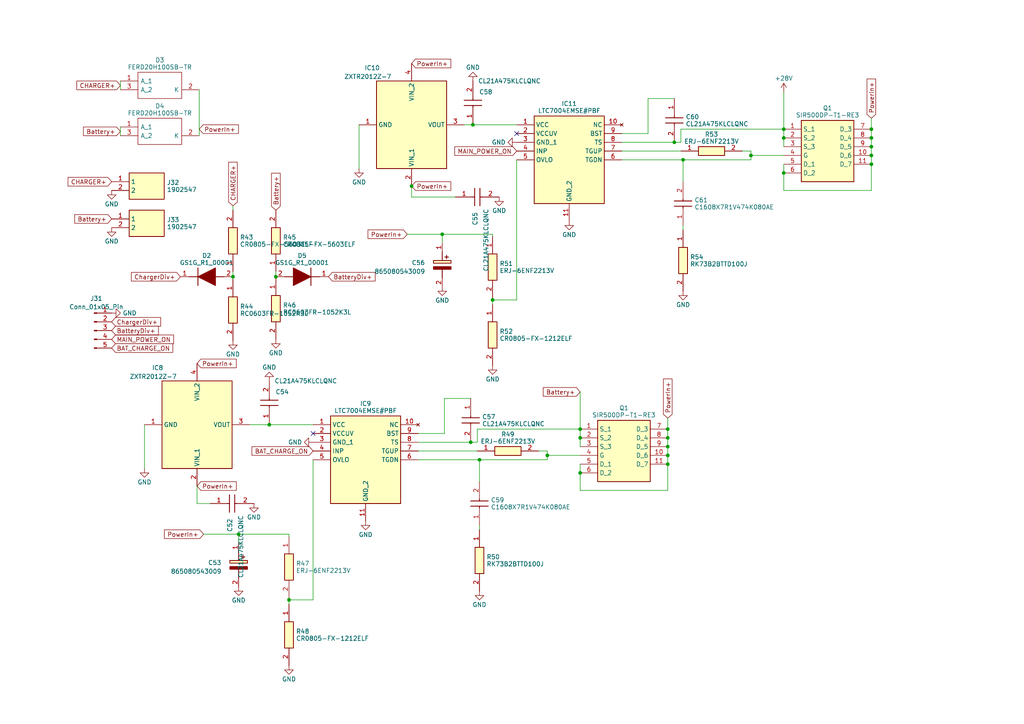
<source format=kicad_sch>
(kicad_sch (version 20230121) (generator eeschema)
  (paper "A4")
  (lib_symbols
    (symbol "1902547:1902547"
      (property "Reference" "J" (at 16.51 7.62 0))
      (property "Value" "1902547" (at 16.51 5.08 0))
      (symbol "1902547_1_1"
        (rectangle (start 5.08 2.54) (end 15.24 -5.08) (stroke (width 0.254)) (fill (type background)))
        (pin passive line (at 0 0 0) (length 5.08) (name "1") (number "1"))
        (pin passive line (at 0 -2.54 0) (length 5.08) (name "2") (number "2"))
      )
    )
    (symbol "865080543009:865080543009" (pin_names hide)
      (property "Reference" "C" (at 8.89 6.35 0))
      (property "Value" "865080543009" (at 8.89 3.81 0))
      (symbol "865080543009_1_1"
        (polyline (pts (xy 2.54 0) (xy 5.08 0)) (stroke (width 0.254)))
        (polyline (pts (xy 4.064 1.778) (xy 4.064 0.762)) (stroke (width 0.254)))
        (polyline (pts (xy 4.572 1.27) (xy 3.556 1.27)) (stroke (width 0.254)))
        (polyline (pts (xy 7.62 0) (xy 10.16 0)) (stroke (width 0.254)))
        (polyline (pts (xy 7.62 2.54) (xy 7.62 -2.54) (xy 6.858 -2.54) (xy 6.858 2.54) (xy 7.62 2.54)) (stroke (width 0.254)) (fill (type outline)))
        (rectangle (start 5.08 2.54) (end 5.842 -2.54) (stroke (width 0.254)) (fill (type background)))
        (pin passive line (at 0 0 0) (length 2.54) (name "+") (number "1"))
        (pin passive line (at 12.7 0 180) (length 2.54) (name "-") (number "2"))
      )
    )
    (symbol "C1608X7R1V474K080AE:C1608X7R1V474K080AE" (pin_names hide)
      (property "Reference" "C" (at 8.89 6.35 0))
      (property "Value" "C1608X7R1V474K080AE" (at 8.89 3.81 0))
      (symbol "C1608X7R1V474K080AE_1_1"
        (polyline (pts (xy 5.08 0) (xy 5.588 0)) (stroke (width 0.254)))
        (polyline (pts (xy 5.588 2.54) (xy 5.588 -2.54)) (stroke (width 0.254)))
        (polyline (pts (xy 7.112 0) (xy 7.62 0)) (stroke (width 0.254)))
        (polyline (pts (xy 7.112 2.54) (xy 7.112 -2.54)) (stroke (width 0.254)))
        (pin passive line (at 0 0 0) (length 5.08) (name "1") (number "1"))
        (pin passive line (at 12.7 0 180) (length 5.08) (name "2") (number "2"))
      )
    )
    (symbol "CL21A475KLCLQNC:CL21A475KLCLQNC" (pin_names hide)
      (property "Reference" "C" (at 8.89 6.35 0))
      (property "Value" "CL21A475KLCLQNC" (at 8.89 3.81 0))
      (symbol "CL21A475KLCLQNC_1_1"
        (polyline (pts (xy 5.08 0) (xy 5.588 0)) (stroke (width 0.254)))
        (polyline (pts (xy 5.588 2.54) (xy 5.588 -2.54)) (stroke (width 0.254)))
        (polyline (pts (xy 7.112 0) (xy 7.62 0)) (stroke (width 0.254)))
        (polyline (pts (xy 7.112 2.54) (xy 7.112 -2.54)) (stroke (width 0.254)))
        (pin passive line (at 0 0 0) (length 5.08) (name "1") (number "1"))
        (pin passive line (at 12.7 0 180) (length 5.08) (name "2") (number "2"))
      )
    )
    (symbol "CR0805-FX-1212ELF:CR0805-FX-1212ELF" (pin_names hide)
      (property "Reference" "R" (at 13.97 6.35 0))
      (property "Value" "CR0805-FX-1212ELF" (at 13.97 3.81 0))
      (symbol "CR0805-FX-1212ELF_1_1"
        (rectangle (start 5.08 1.27) (end 12.7 -1.27) (stroke (width 0.254)) (fill (type background)))
        (pin passive line (at 0 0 0) (length 5.08) (name "1") (number "1"))
        (pin passive line (at 17.78 0 180) (length 5.08) (name "2") (number "2"))
      )
    )
    (symbol "CR0805-FX-5603ELF:CR0805-FX-5603ELF" (pin_names hide)
      (property "Reference" "R" (at 13.97 6.35 0))
      (property "Value" "CR0805-FX-5603ELF" (at 13.97 3.81 0))
      (symbol "CR0805-FX-5603ELF_1_1"
        (rectangle (start 5.08 1.27) (end 12.7 -1.27) (stroke (width 0.254)) (fill (type background)))
        (pin passive line (at 0 0 0) (length 5.08) (name "1") (number "1"))
        (pin passive line (at 17.78 0 180) (length 5.08) (name "2") (number "2"))
      )
    )
    (symbol "Connector:Conn_01x05_Pin" (pin_names (offset 1.016) hide)
      (property "Reference" "J" (at 0 7.62 0))
      (property "Value" "Conn_01x05_Pin" (at 0 -7.62 0))
      (symbol "Conn_01x05_Pin_1_1"
        (polyline (pts (xy 1.27 -5.08) (xy 0.8636 -5.08)) (stroke (width 0.1524)))
        (polyline (pts (xy 1.27 -2.54) (xy 0.8636 -2.54)) (stroke (width 0.1524)))
        (polyline (pts (xy 1.27 0) (xy 0.8636 0)) (stroke (width 0.1524)))
        (polyline (pts (xy 1.27 2.54) (xy 0.8636 2.54)) (stroke (width 0.1524)))
        (polyline (pts (xy 1.27 5.08) (xy 0.8636 5.08)) (stroke (width 0.1524)))
        (rectangle (start 0.8636 -4.953) (end 0 -5.207) (stroke (width 0.1524)) (fill (type outline)))
        (rectangle (start 0.8636 -2.413) (end 0 -2.667) (stroke (width 0.1524)) (fill (type outline)))
        (rectangle (start 0.8636 0.127) (end 0 -0.127) (stroke (width 0.1524)) (fill (type outline)))
        (rectangle (start 0.8636 2.667) (end 0 2.413) (stroke (width 0.1524)) (fill (type outline)))
        (rectangle (start 0.8636 5.207) (end 0 4.953) (stroke (width 0.1524)) (fill (type outline)))
        (pin passive line (at 5.08 5.08 180) (length 3.81) (name "Pin_1") (number "1"))
        (pin passive line (at 5.08 2.54 180) (length 3.81) (name "Pin_2") (number "2"))
        (pin passive line (at 5.08 0 180) (length 3.81) (name "Pin_3") (number "3"))
        (pin passive line (at 5.08 -2.54 180) (length 3.81) (name "Pin_4") (number "4"))
        (pin passive line (at 5.08 -5.08 180) (length 3.81) (name "Pin_5") (number "5"))
      )
    )
    (symbol "ERJ-6ENF2213V:ERJ-6ENF2213V" (pin_names hide)
      (property "Reference" "R" (at 13.97 6.35 0))
      (property "Value" "ERJ-6ENF2213V" (at 13.97 3.81 0))
      (symbol "ERJ-6ENF2213V_1_1"
        (rectangle (start 5.08 1.27) (end 12.7 -1.27) (stroke (width 0.254)) (fill (type background)))
        (pin passive line (at 0 0 0) (length 5.08) (name "1") (number "1"))
        (pin passive line (at 17.78 0 180) (length 5.08) (name "2") (number "2"))
      )
    )
    (symbol "FERD20H100SB-TR:FERD20H100SB-TR" (pin_names (offset 0.762))
      (property "Reference" "D" (at 19.05 7.62 0))
      (property "Value" "FERD20H100SB-TR" (at 19.05 5.08 0))
      (symbol "FERD20H100SB-TR_0_0"
        (pin unspecified line (at 22.86 -2.54 180) (length 5.08) (name "A_1") (number "1"))
        (pin unspecified line (at 0 0 0) (length 5.08) (name "K") (number "2"))
        (pin unspecified line (at 22.86 0 180) (length 5.08) (name "A_2") (number "3"))
      )
      (symbol "FERD20H100SB-TR_0_1"
        (polyline (pts (xy 5.08 2.54) (xy 17.78 2.54) (xy 17.78 -5.08) (xy 5.08 -5.08) (xy 5.08 2.54)) (stroke (width 0.1524)))
      )
    )
    (symbol "GS1G_R1_00001:GS1G_R1_00001" (pin_names hide)
      (property "Reference" "D" (at 11.43 5.08 0))
      (property "Value" "GS1G_R1_00001" (at 11.43 2.54 0))
      (symbol "GS1G_R1_00001_1_1"
        (polyline (pts (xy 2.54 0) (xy 5.08 0)) (stroke (width 0.254)))
        (polyline (pts (xy 5.08 2.54) (xy 5.08 -2.54)) (stroke (width 0.254)))
        (polyline (pts (xy 10.16 0) (xy 12.7 0)) (stroke (width 0.254)))
        (polyline (pts (xy 5.08 0) (xy 10.16 2.54) (xy 10.16 -2.54) (xy 5.08 0)) (stroke (width 0.254)) (fill (type outline)))
        (pin passive line (at 0 0 0) (length 2.54) (name "K") (number "1"))
        (pin passive line (at 15.24 0 180) (length 2.54) (name "A") (number "2"))
      )
    )
    (symbol "LTC7004EMSE#PBF:LTC7004EMSE#PBF"
      (property "Reference" "IC" (at 26.67 7.62 0))
      (property "Value" "LTC7004EMSE#PBF" (at 26.67 5.08 0))
      (symbol "LTC7004EMSE#PBF_1_1"
        (rectangle (start 5.08 2.54) (end 25.4 -22.86) (stroke (width 0.254)) (fill (type background)))
        (pin passive line (at 0 0 0) (length 5.08) (name "VCC") (number "1"))
        (pin no_connect line (at 30.48 0 180) (length 5.08) (name "NC") (number "10"))
        (pin passive line (at 15.24 -27.94 90) (length 5.08) (name "GND_2") (number "11"))
        (pin passive line (at 0 -2.54 0) (length 5.08) (name "VCCUV") (number "2"))
        (pin passive line (at 0 -5.08 0) (length 5.08) (name "GND_1") (number "3"))
        (pin passive line (at 0 -7.62 0) (length 5.08) (name "INP") (number "4"))
        (pin passive line (at 0 -10.16 0) (length 5.08) (name "OVLO") (number "5"))
        (pin passive line (at 30.48 -10.16 180) (length 5.08) (name "TGDN") (number "6"))
        (pin passive line (at 30.48 -7.62 180) (length 5.08) (name "TGUP") (number "7"))
        (pin passive line (at 30.48 -5.08 180) (length 5.08) (name "TS") (number "8"))
        (pin passive line (at 30.48 -2.54 180) (length 5.08) (name "BST") (number "9"))
      )
    )
    (symbol "RC0603FR-1052K3L:RC0603FR-1052K3L" (pin_names hide)
      (property "Reference" "R" (at 13.97 6.35 0))
      (property "Value" "RC0603FR-1052K3L" (at 13.97 3.81 0))
      (symbol "RC0603FR-1052K3L_1_1"
        (rectangle (start 5.08 1.27) (end 12.7 -1.27) (stroke (width 0.254)) (fill (type background)))
        (pin passive line (at 0 0 0) (length 5.08) (name "1") (number "1"))
        (pin passive line (at 17.78 0 180) (length 5.08) (name "2") (number "2"))
      )
    )
    (symbol "RK73B2BTTD100J:RK73B2BTTD100J" (pin_names hide)
      (property "Reference" "R" (at 13.97 6.35 0))
      (property "Value" "RK73B2BTTD100J" (at 13.97 3.81 0))
      (symbol "RK73B2BTTD100J_1_1"
        (rectangle (start 5.08 1.27) (end 12.7 -1.27) (stroke (width 0.254)) (fill (type background)))
        (pin passive line (at 0 0 0) (length 5.08) (name "1") (number "1"))
        (pin passive line (at 17.78 0 180) (length 5.08) (name "2") (number "2"))
      )
    )
    (symbol "SIR500DP-T1-RE3:SIR500DP-T1-RE3"
      (property "Reference" "Q" (at 21.59 7.62 0))
      (property "Value" "SIR500DP-T1-RE3" (at 21.59 5.08 0))
      (symbol "SIR500DP-T1-RE3_1_1"
        (rectangle (start 5.08 2.54) (end 20.32 -15.24) (stroke (width 0.254)) (fill (type background)))
        (pin passive line (at 0 0 0) (length 5.08) (name "S_1") (number "1"))
        (pin passive line (at 25.4 -7.62 180) (length 5.08) (name "D_6") (number "10"))
        (pin passive line (at 25.4 -10.16 180) (length 5.08) (name "D_7") (number "11"))
        (pin passive line (at 0 -2.54 0) (length 5.08) (name "S_2") (number "2"))
        (pin passive line (at 0 -5.08 0) (length 5.08) (name "S_3") (number "3"))
        (pin passive line (at 0 -7.62 0) (length 5.08) (name "G") (number "4"))
        (pin passive line (at 0 -10.16 0) (length 5.08) (name "D_1") (number "5"))
        (pin passive line (at 0 -12.7 0) (length 5.08) (name "D_2") (number "6"))
        (pin passive line (at 25.4 0 180) (length 5.08) (name "D_3") (number "7"))
        (pin passive line (at 25.4 -2.54 180) (length 5.08) (name "D_4") (number "8"))
        (pin passive line (at 25.4 -5.08 180) (length 5.08) (name "D_5") (number "9"))
      )
    )
    (symbol "ZXTR2012Z-7:ZXTR2012Z-7"
      (property "Reference" "IC" (at 26.67 17.78 0))
      (property "Value" "ZXTR2012Z-7" (at 26.67 15.24 0))
      (symbol "ZXTR2012Z-7_1_1"
        (rectangle (start 5.08 12.7) (end 25.4 -12.7) (stroke (width 0.254)) (fill (type background)))
        (pin passive line (at 0 0 0) (length 5.08) (name "GND") (number "1"))
        (pin passive line (at 15.24 -17.78 90) (length 5.08) (name "VIN_1") (number "2"))
        (pin passive line (at 30.48 0 180) (length 5.08) (name "VOUT") (number "3"))
        (pin passive line (at 15.24 17.78 270) (length 5.08) (name "VIN_2") (number "4"))
      )
    )
    (symbol "power:+28V" (power) (pin_names (offset 0))
      (property "Value" "+28V" (at 0 3.81 0))
      (symbol "+28V_0_1"
        (polyline (pts (xy -0.762 1.27) (xy 0 2.54)))
        (polyline (pts (xy 0 0) (xy 0 2.54)))
        (polyline (pts (xy 0 2.54) (xy 0.762 1.27)))
      )
      (symbol "+28V_1_1"
        (pin power_in line (at 0 0 90) (length 0) hide (name "+28V") (number "1"))
      )
    )
    (symbol "power:GND" (power) (pin_names (offset 0))
      (property "Value" "GND" (at 0 -3.81 0))
      (symbol "GND_0_1"
        (polyline (pts (xy 0 0) (xy 0 -1.27) (xy 1.27 -1.27) (xy 0 -2.54) (xy -1.27 -1.27) (xy 0 -1.27)))
      )
      (symbol "GND_1_1"
        (pin power_in line (at 0 0 270) (length 0) hide (name "GND") (number "1"))
      )
    )
  )
  (junction (at 227.33 37.465))
  (junction (at 83.82 173.99))
  (junction (at 78.105 123.19))
  (junction (at 168.275 124.46))
  (junction (at 193.675 124.46))
  (junction (at 193.675 129.54))
  (junction (at 252.73 37.465))
  (junction (at 119.38 53.975))
  (junction (at 252.73 42.545))
  (junction (at 128.27 67.945))
  (junction (at 252.73 45.085))
  (junction (at 227.33 50.165))
  (junction (at 252.73 47.625))
  (junction (at 67.564 80.264))
  (junction (at 158.75 132.08))
  (junction (at 227.33 40.005))
  (junction (at 252.73 40.005))
  (junction (at 198.12 46.355))
  (junction (at 139.065 133.35))
  (junction (at 193.675 132.08))
  (junction (at 195.58 41.275))
  (junction (at 137.16 36.195))
  (junction (at 168.275 127))
  (junction (at 80.01 80.264))
  (junction (at 193.675 127))
  (junction (at 193.675 134.62))
  (junction (at 168.275 137.16))
  (junction (at 142.875 86.995))
  (junction (at 217.805 45.085))
  (junction (at 69.215 154.94))
  (junction (at 136.525 128.27))
  (no_connect (at 90.805 125.73))
  (no_connect (at 149.86 38.735))
  (wire (pts (xy 252.73 47.625) (xy 252.73 55.245)))
  (wire (pts (xy 132.08 57.15) (xy 119.38 57.15)))
  (wire (pts (xy 83.82 173.355) (xy 83.82 173.99)))
  (wire (pts (xy 128.905 115.57) (xy 136.525 115.57)))
  (wire (pts (xy 168.275 142.24) (xy 168.275 137.16)))
  (wire (pts (xy 168.275 124.46) (xy 168.275 127)))
  (wire (pts (xy 158.75 132.08) (xy 158.75 130.81)))
  (wire (pts (xy 158.75 132.08) (xy 168.275 132.08)))
  (wire (pts (xy 80.01 80.264) (xy 80.01 80.645)))
  (wire (pts (xy 158.75 130.81) (xy 156.21 130.81)))
  (wire (pts (xy 193.675 124.46) (xy 193.675 127)))
  (wire (pts (xy 34.925 23.495) (xy 34.925 26.035)))
  (wire (pts (xy 193.675 127) (xy 193.675 129.54)))
  (wire (pts (xy 57.785 26.035) (xy 57.785 39.37)))
  (wire (pts (xy 119.38 53.975) (xy 119.38 57.15)))
  (wire (pts (xy 138.43 128.27) (xy 138.43 124.46)))
  (wire (pts (xy 180.34 43.815) (xy 197.485 43.815)))
  (wire (pts (xy 78.105 123.19) (xy 90.805 123.19)))
  (wire (pts (xy 67.564 78.74) (xy 67.564 80.264)))
  (wire (pts (xy 59.055 154.94) (xy 69.215 154.94)))
  (wire (pts (xy 217.805 46.355) (xy 217.805 45.085)))
  (wire (pts (xy 104.14 36.195) (xy 104.14 48.895)))
  (wire (pts (xy 252.73 40.005) (xy 252.73 42.545)))
  (wire (pts (xy 118.11 67.945) (xy 128.27 67.945)))
  (wire (pts (xy 121.285 128.27) (xy 136.525 128.27)))
  (wire (pts (xy 83.82 154.94) (xy 83.82 155.575)))
  (wire (pts (xy 180.34 38.735) (xy 187.96 38.735)))
  (wire (pts (xy 187.96 28.575) (xy 195.58 28.575)))
  (wire (pts (xy 67.564 80.264) (xy 67.564 81.026)))
  (wire (pts (xy 128.27 67.945) (xy 142.875 67.945)))
  (wire (pts (xy 90.805 133.35) (xy 90.805 173.99)))
  (wire (pts (xy 119.38 53.34) (xy 119.38 53.975)))
  (wire (pts (xy 227.33 26.67) (xy 227.33 37.465)))
  (wire (pts (xy 168.275 127) (xy 168.275 129.54)))
  (wire (pts (xy 197.485 41.275) (xy 197.485 37.465)))
  (wire (pts (xy 193.675 129.54) (xy 193.675 132.08)))
  (wire (pts (xy 198.12 46.355) (xy 198.12 52.705)))
  (wire (pts (xy 252.73 55.245) (xy 227.33 55.245)))
  (wire (pts (xy 252.73 45.085) (xy 252.73 47.625)))
  (wire (pts (xy 227.33 50.165) (xy 227.33 47.625)))
  (wire (pts (xy 149.86 86.995) (xy 142.875 86.995)))
  (wire (pts (xy 80.01 78.74) (xy 80.01 80.264)))
  (wire (pts (xy 128.905 125.73) (xy 128.905 115.57)))
  (wire (pts (xy 195.58 41.275) (xy 197.485 41.275)))
  (wire (pts (xy 193.675 132.08) (xy 193.675 134.62)))
  (wire (pts (xy 158.75 133.35) (xy 158.75 132.08)))
  (wire (pts (xy 142.875 86.995) (xy 142.875 88.265)))
  (wire (pts (xy 149.86 46.355) (xy 149.86 86.995)))
  (wire (pts (xy 128.27 67.945) (xy 128.27 70.485)))
  (wire (pts (xy 41.91 123.19) (xy 41.91 135.89)))
  (wire (pts (xy 67.564 59.69) (xy 67.564 60.96)))
  (wire (pts (xy 217.805 43.815) (xy 215.265 43.815)))
  (wire (pts (xy 217.805 45.085) (xy 227.33 45.085)))
  (wire (pts (xy 90.805 173.99) (xy 83.82 173.99)))
  (wire (pts (xy 227.33 37.465) (xy 227.33 40.005)))
  (wire (pts (xy 252.73 34.29) (xy 252.73 37.465)))
  (wire (pts (xy 121.285 133.35) (xy 139.065 133.35)))
  (wire (pts (xy 227.33 40.005) (xy 227.33 42.545)))
  (wire (pts (xy 252.73 42.545) (xy 252.73 45.085)))
  (wire (pts (xy 69.215 154.94) (xy 69.215 157.48)))
  (wire (pts (xy 168.275 137.16) (xy 168.275 134.62)))
  (wire (pts (xy 217.805 45.085) (xy 217.805 43.815)))
  (wire (pts (xy 142.875 86.36) (xy 142.875 86.995)))
  (wire (pts (xy 138.43 124.46) (xy 168.275 124.46)))
  (wire (pts (xy 142.875 67.945) (xy 142.875 68.58)))
  (wire (pts (xy 193.675 121.285) (xy 193.675 124.46)))
  (wire (pts (xy 34.925 36.83) (xy 34.925 39.37)))
  (wire (pts (xy 121.285 125.73) (xy 128.905 125.73)))
  (wire (pts (xy 180.34 41.275) (xy 195.58 41.275)))
  (wire (pts (xy 197.485 37.465) (xy 227.33 37.465)))
  (wire (pts (xy 60.96 146.05) (xy 57.15 146.05)))
  (wire (pts (xy 134.62 36.195) (xy 137.16 36.195)))
  (wire (pts (xy 83.82 173.99) (xy 83.82 175.26)))
  (wire (pts (xy 139.065 133.35) (xy 158.75 133.35)))
  (wire (pts (xy 72.39 123.19) (xy 78.105 123.19)))
  (wire (pts (xy 121.285 130.81) (xy 138.43 130.81)))
  (wire (pts (xy 57.15 146.05) (xy 57.15 140.97)))
  (wire (pts (xy 252.73 37.465) (xy 252.73 40.005)))
  (wire (pts (xy 168.275 113.665) (xy 168.275 124.46)))
  (wire (pts (xy 137.16 36.195) (xy 149.86 36.195)))
  (wire (pts (xy 198.12 65.405) (xy 198.12 66.675)))
  (wire (pts (xy 69.215 154.94) (xy 83.82 154.94)))
  (wire (pts (xy 227.33 55.245) (xy 227.33 50.165)))
  (wire (pts (xy 187.96 38.735) (xy 187.96 28.575)))
  (wire (pts (xy 139.065 152.4) (xy 139.065 153.67)))
  (wire (pts (xy 139.065 133.35) (xy 139.065 139.7)))
  (wire (pts (xy 198.12 46.355) (xy 217.805 46.355)))
  (wire (pts (xy 136.525 128.27) (xy 138.43 128.27)))
  (wire (pts (xy 193.675 134.62) (xy 193.675 142.24)))
  (wire (pts (xy 180.34 46.355) (xy 198.12 46.355)))
  (wire (pts (xy 193.675 142.24) (xy 168.275 142.24)))
  (global_label "Battery+" (shape input) (at 168.275 113.665 180) (property "Intersheetrefs" "${INTERSHEET_REFS}" (effects hide)))
  (global_label "PowerIn+" (shape input) (at 59.055 154.94 180) (property "Intersheetrefs" "${INTERSHEET_REFS}" (effects hide)))
  (global_label "BAT_CHARGE_ON" (shape input) (at 32.385 100.965 0) (property "Intersheetrefs" "${INTERSHEET_REFS}" (effects hide)))
  (global_label "MAIN_POWER_ON" (shape input) (at 149.86 43.815 180) (property "Intersheetrefs" "${INTERSHEET_REFS}" (effects hide)))
  (global_label "Battery+" (shape input) (at 32.385 63.5 180) (property "Intersheetrefs" "${INTERSHEET_REFS}" (effects hide)))
  (global_label "Battery+" (shape input) (at 34.925 38.1 180) (property "Intersheetrefs" "${INTERSHEET_REFS}" (effects hide)))
  (global_label "CHARGER+" (shape input) (at 67.564 59.69 90) (property "Intersheetrefs" "${INTERSHEET_REFS}" (effects hide)))
  (global_label "BatteryDiv+" (shape input) (at 32.385 95.885 0) (property "Intersheetrefs" "${INTERSHEET_REFS}" (effects hide)))
  (global_label "PowerIn+" (shape input) (at 57.15 105.41 0) (property "Intersheetrefs" "${INTERSHEET_REFS}" (effects hide)))
  (global_label "PowerIn+" (shape input) (at 119.38 53.975 0) (property "Intersheetrefs" "${INTERSHEET_REFS}" (effects hide)))
  (global_label "ChargerDiv+" (shape input) (at 32.385 93.345 0) (property "Intersheetrefs" "${INTERSHEET_REFS}" (effects hide)))
  (global_label "Battery+" (shape input) (at 80.01 60.96 90) (property "Intersheetrefs" "${INTERSHEET_REFS}" (effects hide)))
  (global_label "PowerIn+" (shape input) (at 118.11 67.945 180) (property "Intersheetrefs" "${INTERSHEET_REFS}" (effects hide)))
  (global_label "MAIN_POWER_ON" (shape input) (at 32.385 98.425 0) (property "Intersheetrefs" "${INTERSHEET_REFS}" (effects hide)))
  (global_label "BatteryDiv+" (shape input) (at 95.25 80.264 0) (property "Intersheetrefs" "${INTERSHEET_REFS}" (effects hide)))
  (global_label "CHARGER+" (shape input) (at 34.925 24.765 180) (property "Intersheetrefs" "${INTERSHEET_REFS}" (effects hide)))
  (global_label "PowerIn+" (shape input) (at 57.785 37.465 0) (property "Intersheetrefs" "${INTERSHEET_REFS}" (effects hide)))
  (global_label "PowerIn+" (shape input) (at 57.15 140.97 0) (property "Intersheetrefs" "${INTERSHEET_REFS}" (effects hide)))
  (global_label "PowerIn+" (shape input) (at 252.73 34.29 90) (property "Intersheetrefs" "${INTERSHEET_REFS}" (effects hide)))
  (global_label "BAT_CHARGE_ON" (shape input) (at 90.805 130.81 180) (property "Intersheetrefs" "${INTERSHEET_REFS}" (effects hide)))
  (global_label "PowerIn+" (shape input) (at 119.38 18.415 0) (property "Intersheetrefs" "${INTERSHEET_REFS}" (effects hide)))
  (global_label "ChargerDiv+" (shape input) (at 52.324 80.264 180) (property "Intersheetrefs" "${INTERSHEET_REFS}" (effects hide)))
  (global_label "CHARGER+" (shape input) (at 32.385 52.705 180) (property "Intersheetrefs" "${INTERSHEET_REFS}" (effects hide)))
  (global_label "PowerIn+" (shape input) (at 193.675 121.285 90) (property "Intersheetrefs" "${INTERSHEET_REFS}" (effects hide)))
  (symbol (lib_id "CR0805-FX-1212ELF:CR0805-FX-1212ELF") (at 83.82 175.26 270) (unit 1)
    (property "Reference" "R48" (at 85.852 183.126 90) (effects (justify left)))
    (property "Value" "CR0805-FX-1212ELF" (at 85.852 185.174 90) (effects (justify left)))
    (property "Footprint" "SamacSysLibrary:RESC2012X60N" (effects hide))
    (property "Datasheet" "https://www.bourns.com/pdfs/chpreztr.pdf" (effects hide))
    (property "Height" "0.6" (effects hide))
    (property "Manufacturer_Name" "Bourns" (effects hide))
    (property "Manufacturer_Part_Number" "CR0805-FX-1212ELF" (effects hide))
    (property "Mouser Part Number" "652-CR0805FX-1212ELF" (effects hide))
    (property "Mouser Price/Stock" "https://www.mouser.co.uk/ProductDetail/Bourns/CR0805-FX-1212ELF?qs=Hqdsf0hGw%2FAdaYm%252BGpDwZg%3D%3D" (effects hide))
    (property "Arrow Part Number" "CR0805-FX-1212ELF" (effects hide))
    (property "Arrow Price/Stock" "https://www.arrow.com/en/products/cr0805-fx-1212elf/bourns" (effects hide))
  )
  (symbol (lib_id "ERJ-6ENF2213V:ERJ-6ENF2213V") (at 138.43 130.81 0) (unit 1)
    (property "Reference" "R49" (at 147.32 125.96 0))
    (property "Value" "ERJ-6ENF2213V" (at 147.32 128.008 0))
    (property "Footprint" "SamacSysLibrary:ERJ6ENF1000V" (effects hide))
    (property "Datasheet" "https://industrial.panasonic.com/cdbs/www-data/pdf/RDA0000/AOA0000C84.pdf" (effects hide))
    (property "Height" "0.7" (effects hide))
    (property "Manufacturer_Name" "Panasonic" (effects hide))
    (property "Manufacturer_Part_Number" "ERJ-6ENF2213V" (effects hide))
  )
  (symbol (lib_id "power:GND") (at 32.385 66.04 0) (unit 1)
    (property "Reference" "#PWR0118" (effects hide))
    (property "Value" "GND" (at 32.385 69.985 0))
  )
  (symbol (lib_id "FERD20H100SB-TR:FERD20H100SB-TR") (at 57.785 26.035 180) (unit 1)
    (property "Reference" "D3" (at 46.355 17.4258 0))
    (property "Value" "FERD20H100SB-TR" (at 46.355 19.4738 0))
    (property "Footprint" "SamacSysLibrary:FERD20H100SBTR" (effects hide))
    (property "Datasheet" "https://componentsearchengine.com/Datasheets/1/FERD20H100SB-TR.pdf" (effects hide))
    (property "Description" "STMicroelectronics FERD20H100SB-TR SMT Diode, 100V 20A, 2+Tab-Pin DPAK" (effects hide))
    (property "Height" "2.4" (effects hide))
    (property "Mouser Part Number" "511-FERD20H100SB-TR" (effects hide))
    (property "Mouser Price/Stock" "https://www.mouser.com/Search/Refine.aspx?Keyword=511-FERD20H100SB-TR" (effects hide))
    (property "Manufacturer_Name" "STMicroelectronics" (effects hide))
    (property "Manufacturer_Part_Number" "FERD20H100SB-TR" (effects hide))
  )
  (symbol (lib_id "power:GND") (at 142.875 106.045 0) (unit 1)
    (property "Reference" "#PWR0134" (effects hide))
    (property "Value" "GND" (at 142.875 109.99 0))
  )
  (symbol (lib_id "C1608X7R1V474K080AE:C1608X7R1V474K080AE") (at 139.065 152.4 90) (unit 1)
    (property "Reference" "C59" (at 142.367 145.026 90) (effects (justify right)))
    (property "Value" "C1608X7R1V474K080AE" (at 142.367 147.074 90) (effects (justify right)))
    (property "Footprint" "SamacSysLibrary:CAPC1608X80N" (effects hide))
    (property "Datasheet" "https://product.tdk.com/info/en/catalog/datasheets/mlcc_commercial_midvoltage_en.pdf" (effects hide))
    (property "Height" "0.8" (effects hide))
    (property "Manufacturer_Name" "TDK" (effects hide))
    (property "Manufacturer_Part_Number" "C1608X7R1V474K080AE" (effects hide))
    (property "Mouser Part Number" "810-C1608X7R1V474KAE" (effects hide))
    (property "Mouser Price/Stock" "https://www.mouser.com/Search/Refine.aspx?Keyword=810-C1608X7R1V474KAE" (effects hide))
    (property "Arrow Part Number" "C1608X7R1V474K080AE" (effects hide))
    (property "Arrow Price/Stock" "https://www.arrow.com/en/products/c1608x7r1v474k080ae/tdk" (effects hide))
  )
  (symbol (lib_id "ZXTR2012Z-7:ZXTR2012Z-7") (at 104.14 36.195 0) (unit 1)
    (property "Reference" "IC10" (at 107.95 19.685 0))
    (property "Value" "ZXTR2012Z-7" (at 106.68 22.225 0))
    (property "Footprint" "SamacSysLibrary:ZXTR2012Z7" (effects hide))
    (property "Datasheet" "https://componentsearchengine.com/Datasheets/1/ZXTR2012Z-7.pdf" (effects hide))
    (property "Height" "1.6" (effects hide))
    (property "Manufacturer_Name" "Diodes Inc." (effects hide))
    (property "Manufacturer_Part_Number" "ZXTR2012Z-7" (effects hide))
    (property "Mouser Part Number" "621-ZXTR2012Z-7" (effects hide))
    (property "Mouser Price/Stock" "https://www.mouser.co.uk/ProductDetail/Diodes-Incorporated/ZXTR2012Z-7?qs=dOK1vf2izjuFgoL6ysl9aQ%3D%3D" (effects hide))
    (property "Arrow Part Number" "ZXTR2012Z-7" (effects hide))
    (property "Arrow Price/Stock" "https://www.arrow.com/en/products/zxtr2012z-7/diodes-incorporated" (effects hide))
  )
  (symbol (lib_id "ERJ-6ENF2213V:ERJ-6ENF2213V") (at 197.485 43.815 0) (unit 1)
    (property "Reference" "R53" (at 206.375 38.965 0))
    (property "Value" "ERJ-6ENF2213V" (at 206.375 41.013 0))
    (property "Footprint" "SamacSysLibrary:ERJ6ENF1000V" (effects hide))
    (property "Datasheet" "https://industrial.panasonic.com/cdbs/www-data/pdf/RDA0000/AOA0000C84.pdf" (effects hide))
    (property "Height" "0.7" (effects hide))
    (property "Manufacturer_Name" "Panasonic" (effects hide))
    (property "Manufacturer_Part_Number" "ERJ-6ENF2213V" (effects hide))
  )
  (symbol (lib_id "ZXTR2012Z-7:ZXTR2012Z-7") (at 41.91 123.19 0) (unit 1)
    (property "Reference" "IC8" (at 45.72 106.68 0))
    (property "Value" "ZXTR2012Z-7" (at 44.45 109.22 0))
    (property "Footprint" "SamacSysLibrary:ZXTR2012Z7" (effects hide))
    (property "Datasheet" "https://componentsearchengine.com/Datasheets/1/ZXTR2012Z-7.pdf" (effects hide))
    (property "Height" "1.6" (effects hide))
    (property "Manufacturer_Name" "Diodes Inc." (effects hide))
    (property "Manufacturer_Part_Number" "ZXTR2012Z-7" (effects hide))
    (property "Mouser Part Number" "621-ZXTR2012Z-7" (effects hide))
    (property "Mouser Price/Stock" "https://www.mouser.co.uk/ProductDetail/Diodes-Incorporated/ZXTR2012Z-7?qs=dOK1vf2izjuFgoL6ysl9aQ%3D%3D" (effects hide))
    (property "Arrow Part Number" "ZXTR2012Z-7" (effects hide))
    (property "Arrow Price/Stock" "https://www.arrow.com/en/products/zxtr2012z-7/diodes-incorporated" (effects hide))
  )
  (symbol (lib_id "RC0603FR-1052K3L:RC0603FR-1052K3L") (at 80.01 80.645 270) (unit 1)
    (property "Reference" "R46" (at 82.042 88.511 90) (effects (justify left)))
    (property "Value" "RC0603FR-1052K3L" (at 82.042 90.559 90) (effects (justify left)))
    (property "Footprint" "SamacSysLibrary:RESC1608X55N" (effects hide))
    (property "Datasheet" "http://www.yageo.com/documents/recent/PYu-RC0603_51_RoHS_L_v5.pdf" (effects hide))
    (property "Height" "0.55" (effects hide))
    (property "Manufacturer_Name" "KEMET" (effects hide))
    (property "Manufacturer_Part_Number" "RC0603FR-1052K3L" (effects hide))
    (property "Mouser Part Number" "603-RC0603FR-1052K3L" (effects hide))
    (property "Mouser Price/Stock" "https://www.mouser.co.uk/ProductDetail/YAGEO/RC0603FR-1052K3L?qs=qpJ%252B%252B%252Bdg6p3QdEERQrLbrw%3D%3D" (effects hide))
  )
  (symbol (lib_id "power:GND") (at 139.065 171.45 0) (unit 1)
    (property "Reference" "#PWR0133" (effects hide))
    (property "Value" "GND" (at 139.065 175.395 0))
  )
  (symbol (lib_id "power:GND") (at 165.1 64.135 0) (unit 1)
    (property "Reference" "#PWR0136" (effects hide))
    (property "Value" "GND" (at 165.1 68.08 0))
  )
  (symbol (lib_id "ERJ-6ENF2213V:ERJ-6ENF2213V") (at 142.875 68.58 270) (unit 1)
    (property "Reference" "R51" (at 144.907 76.446 90) (effects (justify left)))
    (property "Value" "ERJ-6ENF2213V" (at 144.907 78.494 90) (effects (justify left)))
    (property "Footprint" "SamacSysLibrary:ERJ6ENF1000V" (effects hide))
    (property "Datasheet" "https://industrial.panasonic.com/cdbs/www-data/pdf/RDA0000/AOA0000C84.pdf" (effects hide))
    (property "Height" "0.7" (effects hide))
    (property "Manufacturer_Name" "Panasonic" (effects hide))
    (property "Manufacturer_Part_Number" "ERJ-6ENF2213V" (effects hide))
  )
  (symbol (lib_id "GS1G_R1_00001:GS1G_R1_00001") (at 52.324 80.264 0) (unit 1)
    (property "Reference" "D2" (at 59.944 74.144 0))
    (property "Value" "GS1G_R1_00001" (at 59.944 76.192 0))
    (property "Footprint" "SamacSysLibrary:DIOM5027X244N" (effects hide))
    (property "Datasheet" "https://www.mouser.com/datasheet/2/1057/GS1A_SERIES-1869987.pdf" (effects hide))
    (property "Height" "2.44" (effects hide))
    (property "Manufacturer_Name" "PANJIT" (effects hide))
    (property "Manufacturer_Part_Number" "GS1G_R1_00001" (effects hide))
    (property "Mouser Part Number" "241-GS1G_R1_00001" (effects hide))
    (property "Mouser Price/Stock" "https://www.mouser.co.uk/ProductDetail/Panjit/GS1G_R1_00001?qs=sPbYRqrBIVm5sSmlICtiPA%3D%3D" (effects hide))
  )
  (symbol (lib_id "power:GND") (at 128.27 83.185 0) (unit 1)
    (property "Reference" "#PWR0131" (effects hide))
    (property "Value" "GND" (at 128.27 87.13 0))
  )
  (symbol (lib_id "power:GND") (at 32.385 90.805 90) (unit 1)
    (property "Reference" "#PWR0119" (effects hide))
    (property "Value" "GND" (at 35.56 90.805 90) (effects (justify right)))
  )
  (symbol (lib_id "power:GND") (at 73.66 146.05 0) (unit 1)
    (property "Reference" "#PWR0120" (effects hide))
    (property "Value" "GND" (at 73.66 149.995 0))
  )
  (symbol (lib_id "CL21A475KLCLQNC:CL21A475KLCLQNC") (at 136.525 115.57 270) (unit 1)
    (property "Reference" "C57" (at 139.827 120.896 90) (effects (justify left)))
    (property "Value" "CL21A475KLCLQNC" (at 139.827 122.944 90) (effects (justify left)))
    (property "Footprint" "SamacSysLibrary:CAPC2012X95N" (effects hide))
    (property "Datasheet" "https://datasheet.datasheetarchive.com/originals/dk/DKDS-19/374306.pdf" (effects hide))
    (property "Height" "0.95" (effects hide))
    (property "Manufacturer_Name" "SAMSUNG" (effects hide))
    (property "Manufacturer_Part_Number" "CL21A475KLCLQNC" (effects hide))
    (property "Mouser Part Number" "187-CL21A475KLCLQNC" (effects hide))
    (property "Mouser Price/Stock" "https://www.mouser.co.uk/ProductDetail/Samsung-Electro-Mechanics/CL21A475KLCLQNC?qs=xZ%2FP%252Ba9zWqblbGH9u%2F3CcQ%3D%3D" (effects hide))
    (property "Arrow Part Number" "CL21A475KLCLQNC" (effects hide))
    (property "Arrow Price/Stock" "https://www.arrow.com/en/products/cl21a475klclqnc/samsung-electro-mechanics" (effects hide))
  )
  (symbol (lib_id "C1608X7R1V474K080AE:C1608X7R1V474K080AE") (at 198.12 65.405 90) (unit 1)
    (property "Reference" "C61" (at 201.422 58.031 90) (effects (justify right)))
    (property "Value" "C1608X7R1V474K080AE" (at 201.422 60.079 90) (effects (justify right)))
    (property "Footprint" "SamacSysLibrary:CAPC1608X80N" (effects hide))
    (property "Datasheet" "https://product.tdk.com/info/en/catalog/datasheets/mlcc_commercial_midvoltage_en.pdf" (effects hide))
    (property "Height" "0.8" (effects hide))
    (property "Manufacturer_Name" "TDK" (effects hide))
    (property "Manufacturer_Part_Number" "C1608X7R1V474K080AE" (effects hide))
    (property "Mouser Part Number" "810-C1608X7R1V474KAE" (effects hide))
    (property "Mouser Price/Stock" "https://www.mouser.com/Search/Refine.aspx?Keyword=810-C1608X7R1V474KAE" (effects hide))
    (property "Arrow Part Number" "C1608X7R1V474K080AE" (effects hide))
    (property "Arrow Price/Stock" "https://www.arrow.com/en/products/c1608x7r1v474k080ae/tdk" (effects hide))
  )
  (symbol (lib_id "power:GND") (at 149.86 41.275 270) (unit 1)
    (property "Reference" "#PWR0135" (effects hide))
    (property "Value" "GND" (at 146.6851 41.275 90) (effects (justify right)))
  )
  (symbol (lib_id "power:GND") (at 67.564 98.806 0) (unit 1)
    (property "Reference" "#PWR0122" (effects hide))
    (property "Value" "GND" (at 67.564 102.751 0))
  )
  (symbol (lib_id "power:GND") (at 90.805 128.27 270) (unit 1)
    (property "Reference" "#PWR0127" (effects hide))
    (property "Value" "GND" (at 87.6301 128.27 90) (effects (justify right)))
  )
  (symbol (lib_id "RK73B2BTTD100J:RK73B2BTTD100J") (at 139.065 153.67 270) (unit 1)
    (property "Reference" "R50" (at 141.097 161.536 90) (effects (justify left)))
    (property "Value" "RK73B2BTTD100J" (at 141.097 163.584 90) (effects (justify left)))
    (property "Footprint" "SamacSysLibrary:RESC3216X70N" (effects hide))
    (property "Datasheet" "https://rs.componentsearchengine.com/Datasheets/2/RK73B2BTTD100J.pdf" (effects hide))
    (property "Height" "0.7" (effects hide))
    (property "Manufacturer_Name" "KOA Speer" (effects hide))
    (property "Manufacturer_Part_Number" "RK73B2BTTD100J" (effects hide))
    (property "Mouser Part Number" "660-RK73B2BTTD100J" (effects hide))
    (property "Mouser Price/Stock" "https://www.mouser.co.uk/ProductDetail/KOA-Speer/RK73B2BTTD100J?qs=g%252BLwsi5woOlm1GPmF8rzug%3D%3D" (effects hide))
    (property "Arrow Part Number" "RK73B2BTTD100J" (effects hide))
    (property "Arrow Price/Stock" "https://www.arrow.com/en/products/rk73b2bttd100j/koa-speer-electronics" (effects hide))
  )
  (symbol (lib_id "RK73B2BTTD100J:RK73B2BTTD100J") (at 198.12 66.675 270) (unit 1)
    (property "Reference" "R54" (at 200.152 74.541 90) (effects (justify left)))
    (property "Value" "RK73B2BTTD100J" (at 200.152 76.589 90) (effects (justify left)))
    (property "Footprint" "SamacSysLibrary:RESC3216X70N" (effects hide))
    (property "Datasheet" "https://rs.componentsearchengine.com/Datasheets/2/RK73B2BTTD100J.pdf" (effects hide))
    (property "Height" "0.7" (effects hide))
    (property "Manufacturer_Name" "KOA Speer" (effects hide))
    (property "Manufacturer_Part_Number" "RK73B2BTTD100J" (effects hide))
    (property "Mouser Part Number" "660-RK73B2BTTD100J" (effects hide))
    (property "Mouser Price/Stock" "https://www.mouser.co.uk/ProductDetail/KOA-Speer/RK73B2BTTD100J?qs=g%252BLwsi5woOlm1GPmF8rzug%3D%3D" (effects hide))
    (property "Arrow Part Number" "RK73B2BTTD100J" (effects hide))
    (property "Arrow Price/Stock" "https://www.arrow.com/en/products/rk73b2bttd100j/koa-speer-electronics" (effects hide))
  )
  (symbol (lib_id "CL21A475KLCLQNC:CL21A475KLCLQNC") (at 78.105 123.19 90) (unit 1)
    (property "Reference" "C54" (at 83.82 113.665 90) (effects (justify left)))
    (property "Value" "CL21A475KLCLQNC" (at 97.79 110.49 90) (effects (justify left)))
    (property "Footprint" "SamacSysLibrary:CAPC2012X95N" (effects hide))
    (property "Datasheet" "https://datasheet.datasheetarchive.com/originals/dk/DKDS-19/374306.pdf" (effects hide))
    (property "Height" "0.95" (effects hide))
    (property "Manufacturer_Name" "SAMSUNG" (effects hide))
    (property "Manufacturer_Part_Number" "CL21A475KLCLQNC" (effects hide))
    (property "Mouser Part Number" "187-CL21A475KLCLQNC" (effects hide))
    (property "Mouser Price/Stock" "https://www.mouser.co.uk/ProductDetail/Samsung-Electro-Mechanics/CL21A475KLCLQNC?qs=xZ%2FP%252Ba9zWqblbGH9u%2F3CcQ%3D%3D" (effects hide))
    (property "Arrow Part Number" "CL21A475KLCLQNC" (effects hide))
    (property "Arrow Price/Stock" "https://www.arrow.com/en/products/cl21a475klclqnc/samsung-electro-mechanics" (effects hide))
  )
  (symbol (lib_id "CL21A475KLCLQNC:CL21A475KLCLQNC") (at 132.08 57.15 0) (unit 1)
    (property "Reference" "C55" (at 137.795 65.405 90) (effects (justify left)))
    (property "Value" "CL21A475KLCLQNC" (at 140.97 78.74 90) (effects (justify left)))
    (property "Footprint" "SamacSysLibrary:CAPC2012X95N" (effects hide))
    (property "Datasheet" "https://datasheet.datasheetarchive.com/originals/dk/DKDS-19/374306.pdf" (effects hide))
    (property "Height" "0.95" (effects hide))
    (property "Manufacturer_Name" "SAMSUNG" (effects hide))
    (property "Manufacturer_Part_Number" "CL21A475KLCLQNC" (effects hide))
    (property "Mouser Part Number" "187-CL21A475KLCLQNC" (effects hide))
    (property "Mouser Price/Stock" "https://www.mouser.co.uk/ProductDetail/Samsung-Electro-Mechanics/CL21A475KLCLQNC?qs=xZ%2FP%252Ba9zWqblbGH9u%2F3CcQ%3D%3D" (effects hide))
    (property "Arrow Part Number" "CL21A475KLCLQNC" (effects hide))
    (property "Arrow Price/Stock" "https://www.arrow.com/en/products/cl21a475klclqnc/samsung-electro-mechanics" (effects hide))
  )
  (symbol (lib_id "CR0805-FX-1212ELF:CR0805-FX-1212ELF") (at 142.875 88.265 270) (unit 1)
    (property "Reference" "R52" (at 144.907 96.131 90) (effects (justify left)))
    (property "Value" "CR0805-FX-1212ELF" (at 144.907 98.179 90) (effects (justify left)))
    (property "Footprint" "SamacSysLibrary:RESC2012X60N" (effects hide))
    (property "Datasheet" "https://www.bourns.com/pdfs/chpreztr.pdf" (effects hide))
    (property "Height" "0.6" (effects hide))
    (property "Manufacturer_Name" "Bourns" (effects hide))
    (property "Manufacturer_Part_Number" "CR0805-FX-1212ELF" (effects hide))
    (property "Mouser Part Number" "652-CR0805FX-1212ELF" (effects hide))
    (property "Mouser Price/Stock" "https://www.mouser.co.uk/ProductDetail/Bourns/CR0805-FX-1212ELF?qs=Hqdsf0hGw%2FAdaYm%252BGpDwZg%3D%3D" (effects hide))
    (property "Arrow Part Number" "CR0805-FX-1212ELF" (effects hide))
    (property "Arrow Price/Stock" "https://www.arrow.com/en/products/cr0805-fx-1212elf/bourns" (effects hide))
  )
  (symbol (lib_id "SIR500DP-T1-RE3:SIR500DP-T1-RE3") (at 227.33 37.465 0) (unit 1)
    (property "Reference" "Q1" (at 240.03 31.345 0))
    (property "Value" "SIR500DP-T1-RE3" (at 240.03 33.393 0))
    (property "Footprint" "SamacSysLibrary:SIR500DPT1RE3" (effects hide))
    (property "Datasheet" "https://www.vishay.com/docs/66840/sir500dp.pdf" (effects hide))
    (property "Height" "1.17" (effects hide))
    (property "Manufacturer_Name" "Vishay" (effects hide))
    (property "Manufacturer_Part_Number" "SIR500DP-T1-RE3" (effects hide))
    (property "Mouser Part Number" "78-SIR500DP-T1-RE3" (effects hide))
    (property "Mouser Price/Stock" "https://www.mouser.co.uk/ProductDetail/Vishay-Siliconix/SIR500DP-T1-RE3?qs=CiayqK2gdcKgJcjAZin73w%3D%3D" (effects hide))
    (property "Arrow Part Number" "SIR500DP-T1-RE3" (effects hide))
    (property "Arrow Price/Stock" "https://www.arrow.com/en/products/sir500dp-t1-re3/vishay?region=nac" (effects hide))
    (instances (project "GoodBotControlBoard" (path "" (reference "Q1") (unit 1)) (path "" (reference "Q11") (unit 1)) (path "" (reference "Q17") (unit 1)) (path "" (reference "Q23") (unit 1)) (path "" (reference "Q26") (unit 1))))
  )
  (symbol (lib_id "RC0603FR-1052K3L:RC0603FR-1052K3L") (at 67.564 81.026 270) (unit 1)
    (property "Reference" "R44" (at 69.596 88.892 90) (effects (justify left)))
    (property "Value" "RC0603FR-1052K3L" (at 69.596 90.94 90) (effects (justify left)))
    (property "Footprint" "SamacSysLibrary:RESC1608X55N" (effects hide))
    (property "Datasheet" "http://www.yageo.com/documents/recent/PYu-RC0603_51_RoHS_L_v5.pdf" (effects hide))
    (property "Height" "0.55" (effects hide))
    (property "Manufacturer_Name" "KEMET" (effects hide))
    (property "Manufacturer_Part_Number" "RC0603FR-1052K3L" (effects hide))
    (property "Mouser Part Number" "603-RC0603FR-1052K3L" (effects hide))
    (property "Mouser Price/Stock" "https://www.mouser.co.uk/ProductDetail/YAGEO/RC0603FR-1052K3L?qs=qpJ%252B%252B%252Bdg6p3QdEERQrLbrw%3D%3D" (effects hide))
  )
  (symbol (lib_id "power:GND") (at 104.14 48.895 0) (unit 1)
    (property "Reference" "#PWR0129" (effects hide))
    (property "Value" "GND" (at 104.14 52.84 0))
  )
  (symbol (lib_id "power:GND") (at 83.82 193.04 0) (unit 1)
    (property "Reference" "#PWR0126" (effects hide))
    (property "Value" "GND" (at 83.82 196.985 0))
  )
  (symbol (lib_id "CL21A475KLCLQNC:CL21A475KLCLQNC") (at 137.16 36.195 90) (unit 1)
    (property "Reference" "C58" (at 142.875 26.67 90) (effects (justify left)))
    (property "Value" "CL21A475KLCLQNC" (at 156.845 23.495 90) (effects (justify left)))
    (property "Footprint" "SamacSysLibrary:CAPC2012X95N" (effects hide))
    (property "Datasheet" "https://datasheet.datasheetarchive.com/originals/dk/DKDS-19/374306.pdf" (effects hide))
    (property "Height" "0.95" (effects hide))
    (property "Manufacturer_Name" "SAMSUNG" (effects hide))
    (property "Manufacturer_Part_Number" "CL21A475KLCLQNC" (effects hide))
    (property "Mouser Part Number" "187-CL21A475KLCLQNC" (effects hide))
    (property "Mouser Price/Stock" "https://www.mouser.co.uk/ProductDetail/Samsung-Electro-Mechanics/CL21A475KLCLQNC?qs=xZ%2FP%252Ba9zWqblbGH9u%2F3CcQ%3D%3D" (effects hide))
    (property "Arrow Part Number" "CL21A475KLCLQNC" (effects hide))
    (property "Arrow Price/Stock" "https://www.arrow.com/en/products/cl21a475klclqnc/samsung-electro-mechanics" (effects hide))
  )
  (symbol (lib_id "LTC7004EMSE#PBF:LTC7004EMSE#PBF") (at 149.86 36.195 0) (unit 1)
    (property "Reference" "IC11" (at 165.1 30.075 0))
    (property "Value" "LTC7004EMSE#PBF" (at 165.1 32.123 0))
    (property "Footprint" "SamacSysLibrary:SOP50P490X110-11N" (effects hide))
    (property "Datasheet" "http://www.linear.com/docs/58427" (effects hide))
    (property "Height" "1.1" (effects hide))
    (property "Manufacturer_Name" "Analog Devices" (effects hide))
    (property "Manufacturer_Part_Number" "LTC7004EMSE#PBF" (effects hide))
    (property "Mouser Part Number" "584-LTC7004EMSEPBF" (effects hide))
    (property "Mouser Price/Stock" "https://www.mouser.co.uk/ProductDetail/Analog-Devices/LTC7004EMSEPBF?qs=BZBei1rCqCAFM92xxZQbdA%3D%3D" (effects hide))
    (property "Arrow Part Number" "LTC7004EMSE#PBF" (effects hide))
    (property "Arrow Price/Stock" "https://www.arrow.com/en/products/ltc7004emsepbf/analog-devices?region=nac" (effects hide))
  )
  (symbol (lib_id "865080543009:865080543009") (at 69.215 157.48 270) (unit 1)
    (property "Reference" "C53" (at 60.325 163.195 90) (effects (justify left)))
    (property "Value" "865080543009" (at 49.53 165.735 90) (effects (justify left)))
    (property "Footprint" "SamacSysLibrary:CAPAE660X550N" (effects hide))
    (property "Datasheet" "https://katalog.we-online.de/pbs/datasheet/865080543009.pdf" (effects hide))
    (property "Height" "5.5" (effects hide))
    (property "Manufacturer_Name" "Wurth Elektronik" (effects hide))
    (property "Manufacturer_Part_Number" "865080543009" (effects hide))
    (property "Mouser Part Number" "710-865080543009" (effects hide))
    (property "Mouser Price/Stock" "https://www.mouser.co.uk/ProductDetail/Wurth-Elektronik/865080543009?qs=0KOYDY2FL2%2F%252BYmhMLtEhDQ%3D%3D" (effects hide))
  )
  (symbol (lib_id "CR0805-FX-5603ELF:CR0805-FX-5603ELF") (at 67.564 78.74 90) (unit 1)
    (property "Reference" "R43" (at 69.596 68.826 90) (effects (justify right)))
    (property "Value" "CR0805-FX-5603ELF" (at 69.596 70.874 90) (effects (justify right)))
    (property "Footprint" "SamacSysLibrary:RESC2012X60N" (effects hide))
    (property "Datasheet" "https://www.bourns.com/pdfs/chpreztr.pdf" (effects hide))
    (property "Height" "0.6" (effects hide))
    (property "Manufacturer_Name" "Bourns" (effects hide))
    (property "Manufacturer_Part_Number" "CR0805-FX-5603ELF" (effects hide))
    (property "Mouser Part Number" "652-CR0805FX-5603ELF" (effects hide))
    (property "Mouser Price/Stock" "https://www.mouser.co.uk/ProductDetail/Bourns/CR0805-FX-5603ELF?qs=LA9FZBosJlDODbWra7j3GQ%3D%3D" (effects hide))
    (property "Arrow Part Number" "CR0805-FX-5603ELF" (effects hide))
    (property "Arrow Price/Stock" "https://www.arrow.com/en/products/cr0805-fx-5603elf/bourns?region=nac" (effects hide))
  )
  (symbol (lib_id "1902547:1902547") (at 32.385 52.705 0) (unit 1)
    (property "Reference" "J32" (at 48.387 52.951 0) (effects (justify left)))
    (property "Value" "1902547" (at 48.387 54.999 0) (effects (justify left)))
    (property "Footprint" "SamacSysLibrary:1902547" (effects hide))
    (property "Datasheet" "https://www.arrow.com/en/products/1902547/phoenix-contact" (effects hide))
    (property "Height" "21.7" (effects hide))
    (property "Manufacturer_Name" "Phoenix Contact" (effects hide))
    (property "Manufacturer_Part_Number" "1902547" (effects hide))
    (property "Mouser Part Number" "651-1902547" (effects hide))
    (property "Mouser Price/Stock" "https://www.mouser.co.uk/ProductDetail/Phoenix-Contact/1902547?qs=wd%252Bw3mUqFrmbAnEXicRpKg%3D%3D" (effects hide))
    (property "Arrow Part Number" "1902547" (effects hide))
    (property "Arrow Price/Stock" "https://www.arrow.com/en/products/1902547/phoenix-contact" (effects hide))
  )
  (symbol (lib_id "power:GND") (at 41.91 135.89 0) (unit 1)
    (property "Reference" "#PWR0121" (effects hide))
    (property "Value" "GND" (at 41.91 139.835 0))
  )
  (symbol (lib_id "LTC7004EMSE#PBF:LTC7004EMSE#PBF") (at 90.805 123.19 0) (unit 1)
    (property "Reference" "IC9" (at 106.045 117.07 0))
    (property "Value" "LTC7004EMSE#PBF" (at 106.045 119.118 0))
    (property "Footprint" "SamacSysLibrary:SOP50P490X110-11N" (effects hide))
    (property "Datasheet" "http://www.linear.com/docs/58427" (effects hide))
    (property "Height" "1.1" (effects hide))
    (property "Manufacturer_Name" "Analog Devices" (effects hide))
    (property "Manufacturer_Part_Number" "LTC7004EMSE#PBF" (effects hide))
    (property "Mouser Part Number" "584-LTC7004EMSEPBF" (effects hide))
    (property "Mouser Price/Stock" "https://www.mouser.co.uk/ProductDetail/Analog-Devices/LTC7004EMSEPBF?qs=BZBei1rCqCAFM92xxZQbdA%3D%3D" (effects hide))
    (property "Arrow Part Number" "LTC7004EMSE#PBF" (effects hide))
    (property "Arrow Price/Stock" "https://www.arrow.com/en/products/ltc7004emsepbf/analog-devices?region=nac" (effects hide))
  )
  (symbol (lib_id "power:GND") (at 78.105 110.49 180) (unit 1)
    (property "Reference" "#PWR0124" (effects hide))
    (property "Value" "GND" (at 78.105 106.545 0))
  )
  (symbol (lib_id "ERJ-6ENF2213V:ERJ-6ENF2213V") (at 83.82 155.575 270) (unit 1)
    (property "Reference" "R47" (at 85.852 163.441 90) (effects (justify left)))
    (property "Value" "ERJ-6ENF2213V" (at 85.852 165.489 90) (effects (justify left)))
    (property "Footprint" "SamacSysLibrary:ERJ6ENF1000V" (effects hide))
    (property "Datasheet" "https://industrial.panasonic.com/cdbs/www-data/pdf/RDA0000/AOA0000C84.pdf" (effects hide))
    (property "Height" "0.7" (effects hide))
    (property "Manufacturer_Name" "Panasonic" (effects hide))
    (property "Manufacturer_Part_Number" "ERJ-6ENF2213V" (effects hide))
  )
  (symbol (lib_id "GS1G_R1_00001:GS1G_R1_00001") (at 95.25 80.264 180) (unit 1)
    (property "Reference" "D5" (at 87.63 74.144 0))
    (property "Value" "GS1G_R1_00001" (at 87.63 76.192 0))
    (property "Footprint" "SamacSysLibrary:DIOM5027X244N" (effects hide))
    (property "Datasheet" "https://www.mouser.com/datasheet/2/1057/GS1A_SERIES-1869987.pdf" (effects hide))
    (property "Height" "2.44" (effects hide))
    (property "Manufacturer_Name" "PANJIT" (effects hide))
    (property "Manufacturer_Part_Number" "GS1G_R1_00001" (effects hide))
    (property "Mouser Part Number" "241-GS1G_R1_00001" (effects hide))
    (property "Mouser Price/Stock" "https://www.mouser.co.uk/ProductDetail/Panjit/GS1G_R1_00001?qs=sPbYRqrBIVm5sSmlICtiPA%3D%3D" (effects hide))
  )
  (symbol (lib_id "SIR500DP-T1-RE3:SIR500DP-T1-RE3") (at 168.275 124.46 0) (unit 1)
    (property "Reference" "Q1" (at 180.975 118.34 0))
    (property "Value" "SIR500DP-T1-RE3" (at 180.975 120.388 0))
    (property "Footprint" "SamacSysLibrary:SIR500DPT1RE3" (effects hide))
    (property "Datasheet" "https://www.vishay.com/docs/66840/sir500dp.pdf" (effects hide))
    (property "Height" "1.17" (effects hide))
    (property "Manufacturer_Name" "Vishay" (effects hide))
    (property "Manufacturer_Part_Number" "SIR500DP-T1-RE3" (effects hide))
    (property "Mouser Part Number" "78-SIR500DP-T1-RE3" (effects hide))
    (property "Mouser Price/Stock" "https://www.mouser.co.uk/ProductDetail/Vishay-Siliconix/SIR500DP-T1-RE3?qs=CiayqK2gdcKgJcjAZin73w%3D%3D" (effects hide))
    (property "Arrow Part Number" "SIR500DP-T1-RE3" (effects hide))
    (property "Arrow Price/Stock" "https://www.arrow.com/en/products/sir500dp-t1-re3/vishay?region=nac" (effects hide))
    (instances (project "GoodBotControlBoard" (path "" (reference "Q1") (unit 1)) (path "" (reference "Q11") (unit 1)) (path "" (reference "Q17") (unit 1)) (path "" (reference "Q23") (unit 1)) (path "" (reference "Q25") (unit 1))))
  )
  (symbol (lib_id "865080543009:865080543009") (at 128.27 70.485 270) (unit 1)
    (property "Reference" "C56" (at 119.38 76.2 90) (effects (justify left)))
    (property "Value" "865080543009" (at 108.585 78.74 90) (effects (justify left)))
    (property "Footprint" "SamacSysLibrary:CAPAE660X550N" (effects hide))
    (property "Datasheet" "https://katalog.we-online.de/pbs/datasheet/865080543009.pdf" (effects hide))
    (property "Height" "5.5" (effects hide))
    (property "Manufacturer_Name" "Wurth Elektronik" (effects hide))
    (property "Manufacturer_Part_Number" "865080543009" (effects hide))
    (property "Mouser Part Number" "710-865080543009" (effects hide))
    (property "Mouser Price/Stock" "https://www.mouser.co.uk/ProductDetail/Wurth-Elektronik/865080543009?qs=0KOYDY2FL2%2F%252BYmhMLtEhDQ%3D%3D" (effects hide))
  )
  (symbol (lib_id "CL21A475KLCLQNC:CL21A475KLCLQNC") (at 195.58 28.575 270) (unit 1)
    (property "Reference" "C60" (at 198.882 33.901 90) (effects (justify left)))
    (property "Value" "CL21A475KLCLQNC" (at 198.882 35.949 90) (effects (justify left)))
    (property "Footprint" "SamacSysLibrary:CAPC2012X95N" (effects hide))
    (property "Datasheet" "https://datasheet.datasheetarchive.com/originals/dk/DKDS-19/374306.pdf" (effects hide))
    (property "Height" "0.95" (effects hide))
    (property "Manufacturer_Name" "SAMSUNG" (effects hide))
    (property "Manufacturer_Part_Number" "CL21A475KLCLQNC" (effects hide))
    (property "Mouser Part Number" "187-CL21A475KLCLQNC" (effects hide))
    (property "Mouser Price/Stock" "https://www.mouser.co.uk/ProductDetail/Samsung-Electro-Mechanics/CL21A475KLCLQNC?qs=xZ%2FP%252Ba9zWqblbGH9u%2F3CcQ%3D%3D" (effects hide))
    (property "Arrow Part Number" "CL21A475KLCLQNC" (effects hide))
    (property "Arrow Price/Stock" "https://www.arrow.com/en/products/cl21a475klclqnc/samsung-electro-mechanics" (effects hide))
  )
  (symbol (lib_id "Connector:Conn_01x05_Pin") (at 27.305 95.885 0) (unit 1)
    (property "Reference" "J31" (at 27.94 86.5845 0))
    (property "Value" "Conn_01x05_Pin" (at 27.94 89.0087 0))
    (property "Footprint" "Connector_PinHeader_2.54mm:PinHeader_1x05_P2.54mm_Vertical_SMD_Pin1Left" (effects hide))
  )
  (symbol (lib_id "CR0805-FX-5603ELF:CR0805-FX-5603ELF") (at 80.01 78.74 90) (unit 1)
    (property "Reference" "R45" (at 82.042 68.826 90) (effects (justify right)))
    (property "Value" "CR0805-FX-5603ELF" (at 82.042 70.874 90) (effects (justify right)))
    (property "Footprint" "SamacSysLibrary:RESC2012X60N" (effects hide))
    (property "Datasheet" "https://www.bourns.com/pdfs/chpreztr.pdf" (effects hide))
    (property "Height" "0.6" (effects hide))
    (property "Manufacturer_Name" "Bourns" (effects hide))
    (property "Manufacturer_Part_Number" "CR0805-FX-5603ELF" (effects hide))
    (property "Mouser Part Number" "652-CR0805FX-5603ELF" (effects hide))
    (property "Mouser Price/Stock" "https://www.mouser.co.uk/ProductDetail/Bourns/CR0805-FX-5603ELF?qs=LA9FZBosJlDODbWra7j3GQ%3D%3D" (effects hide))
    (property "Arrow Part Number" "CR0805-FX-5603ELF" (effects hide))
    (property "Arrow Price/Stock" "https://www.arrow.com/en/products/cr0805-fx-5603elf/bourns?region=nac" (effects hide))
  )
  (symbol (lib_id "FERD20H100SB-TR:FERD20H100SB-TR") (at 57.785 39.37 180) (unit 1)
    (property "Reference" "D4" (at 46.355 30.7608 0))
    (property "Value" "FERD20H100SB-TR" (at 46.355 32.8088 0))
    (property "Footprint" "SamacSysLibrary:FERD20H100SBTR" (effects hide))
    (property "Datasheet" "https://componentsearchengine.com/Datasheets/1/FERD20H100SB-TR.pdf" (effects hide))
    (property "Description" "STMicroelectronics FERD20H100SB-TR SMT Diode, 100V 20A, 2+Tab-Pin DPAK" (effects hide))
    (property "Height" "2.4" (effects hide))
    (property "Mouser Part Number" "511-FERD20H100SB-TR" (effects hide))
    (property "Mouser Price/Stock" "https://www.mouser.com/Search/Refine.aspx?Keyword=511-FERD20H100SB-TR" (effects hide))
    (property "Manufacturer_Name" "STMicroelectronics" (effects hide))
    (property "Manufacturer_Part_Number" "FERD20H100SB-TR" (effects hide))
  )
  (symbol (lib_id "power:+28V") (at 227.33 26.67 0) (unit 1)
    (property "Reference" "#PWR0138" (effects hide))
    (property "Value" "+28V" (at 227.33 22.725 0))
  )
  (symbol (lib_id "power:GND") (at 198.12 84.455 0) (unit 1)
    (property "Reference" "#PWR0137" (effects hide))
    (property "Value" "GND" (at 198.12 88.4 0))
  )
  (symbol (lib_id "CL21A475KLCLQNC:CL21A475KLCLQNC") (at 60.96 146.05 0) (unit 1)
    (property "Reference" "C52" (at 66.675 154.305 90) (effects (justify left)))
    (property "Value" "CL21A475KLCLQNC" (at 69.85 167.64 90) (effects (justify left)))
    (property "Footprint" "SamacSysLibrary:CAPC2012X95N" (effects hide))
    (property "Datasheet" "https://datasheet.datasheetarchive.com/originals/dk/DKDS-19/374306.pdf" (effects hide))
    (property "Height" "0.95" (effects hide))
    (property "Manufacturer_Name" "SAMSUNG" (effects hide))
    (property "Manufacturer_Part_Number" "CL21A475KLCLQNC" (effects hide))
    (property "Mouser Part Number" "187-CL21A475KLCLQNC" (effects hide))
    (property "Mouser Price/Stock" "https://www.mouser.co.uk/ProductDetail/Samsung-Electro-Mechanics/CL21A475KLCLQNC?qs=xZ%2FP%252Ba9zWqblbGH9u%2F3CcQ%3D%3D" (effects hide))
    (property "Arrow Part Number" "CL21A475KLCLQNC" (effects hide))
    (property "Arrow Price/Stock" "https://www.arrow.com/en/products/cl21a475klclqnc/samsung-electro-mechanics" (effects hide))
  )
  (symbol (lib_id "power:GND") (at 80.01 98.425 0) (unit 1)
    (property "Reference" "#PWR0125" (effects hide))
    (property "Value" "GND" (at 80.01 102.37 0))
  )
  (symbol (lib_id "power:GND") (at 137.16 23.495 180) (unit 1)
    (property "Reference" "#PWR0132" (effects hide))
    (property "Value" "GND" (at 137.16 19.55 0))
  )
  (symbol (lib_id "1902547:1902547") (at 32.385 63.5 0) (unit 1)
    (property "Reference" "J33" (at 48.387 63.746 0) (effects (justify left)))
    (property "Value" "1902547" (at 48.387 65.794 0) (effects (justify left)))
    (property "Footprint" "SamacSysLibrary:1902547" (effects hide))
    (property "Datasheet" "https://www.arrow.com/en/products/1902547/phoenix-contact" (effects hide))
    (property "Height" "21.7" (effects hide))
    (property "Manufacturer_Name" "Phoenix Contact" (effects hide))
    (property "Manufacturer_Part_Number" "1902547" (effects hide))
    (property "Mouser Part Number" "651-1902547" (effects hide))
    (property "Mouser Price/Stock" "https://www.mouser.co.uk/ProductDetail/Phoenix-Contact/1902547?qs=wd%252Bw3mUqFrmbAnEXicRpKg%3D%3D" (effects hide))
    (property "Arrow Part Number" "1902547" (effects hide))
    (property "Arrow Price/Stock" "https://www.arrow.com/en/products/1902547/phoenix-contact" (effects hide))
  )
  (symbol (lib_id "power:GND") (at 144.78 57.15 0) (unit 1)
    (property "Reference" "#PWR0128" (effects hide))
    (property "Value" "GND" (at 144.78 61.095 0))
  )
  (symbol (lib_id "power:GND") (at 69.215 170.18 0) (unit 1)
    (property "Reference" "#PWR0123" (effects hide))
    (property "Value" "GND" (at 69.215 174.125 0))
  )
  (symbol (lib_id "power:GND") (at 32.385 55.245 0) (unit 1)
    (property "Reference" "#PWR0117" (effects hide))
    (property "Value" "GND" (at 32.385 59.19 0))
  )
  (symbol (lib_id "power:GND") (at 106.045 151.13 0) (unit 1)
    (property "Reference" "#PWR0130" (effects hide))
    (property "Value" "GND" (at 106.045 155.075 0))
  )
)
</source>
